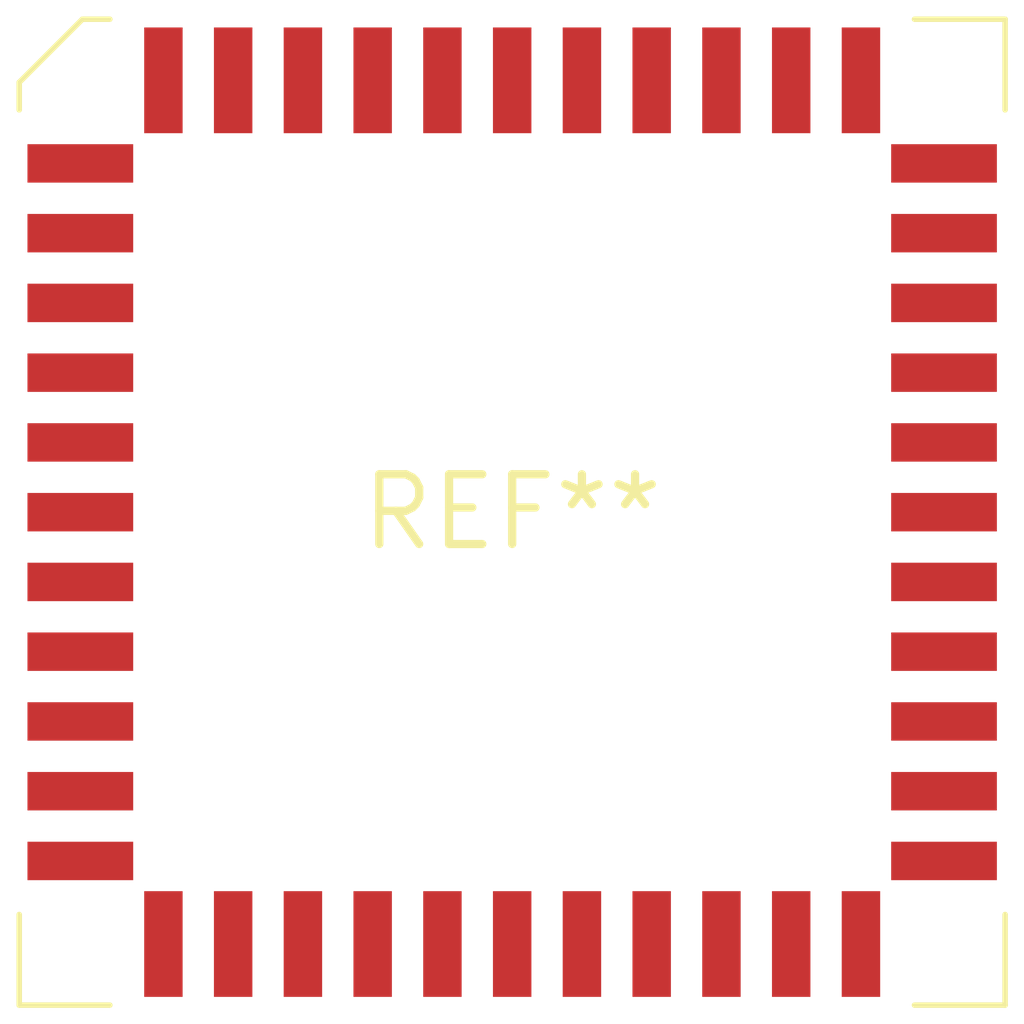
<source format=kicad_pcb>
(kicad_pcb (version 20240108) (generator pcbnew)
  (layers (0 "F.Cu" signal) (31 "B.Cu" signal) (34 "B.Paste" user) (35 "F.Paste" user) (36 "B.SilkS" user "B.Silkscreen") (37 "F.SilkS" user "F.Silkscreen") (38 "B.Mask" user) (39 "F.Mask" user) (44 "Edge.Cuts" user))
  (net 0 "")
  (footprint "PLCC-44" (layer "F.Cu") (at 0 0)
    (property "Reference" "REF**")
    (property "Value" "PLCC-44")
    (fp_line (start -8.975 -7.825) (end -8.975 -7.325) (layer "F.SilkS") (stroke (width 0.1)))
    (fp_line (start -8.975 8.975) (end -8.975 7.325) (layer "F.SilkS") (stroke (width 0.1)))
    (fp_line (start -7.825 -8.975) (end -8.975 -7.825) (layer "F.SilkS") (stroke (width 0.1)))
    (fp_line (start -7.325 -8.975) (end -7.825 -8.975) (layer "F.SilkS") (stroke (width 0.1)))
    (fp_line (start -7.325 8.975) (end -8.975 8.975) (layer "F.SilkS") (stroke (width 0.1)))
    (fp_line (start 7.325 -8.975) (end 8.975 -8.975) (layer "F.SilkS") (stroke (width 0.1)))
    (fp_line (start 7.325 8.975) (end 8.975 8.975) (layer "F.SilkS") (stroke (width 0.1)))
    (fp_line (start 8.975 -8.975) (end 8.975 -7.325) (layer "F.SilkS") (stroke (width 0.1)))
    (fp_line (start 8.975 8.975) (end 8.975 7.325) (layer "F.SilkS") (stroke (width 0.1)))
    (pad "1" smd rect (at 0 -7.8625) (size 0.7 1.925) (layers "F.Cu" "F.Paste" "F.Mask"))
    (pad "2" smd rect (at -1.27 -7.8625) (size 0.7 1.925) (layers "F.Cu" "F.Paste" "F.Mask"))
    (pad "3" smd rect (at -2.54 -7.8625) (size 0.7 1.925) (layers "F.Cu" "F.Paste" "F.Mask"))
    (pad "4" smd rect (at -3.81 -7.8625) (size 0.7 1.925) (layers "F.Cu" "F.Paste" "F.Mask"))
    (pad "5" smd rect (at -5.08 -7.8625) (size 0.7 1.925) (layers "F.Cu" "F.Paste" "F.Mask"))
    (pad "6" smd rect (at -6.35 -7.8625) (size 0.7 1.925) (layers "F.Cu" "F.Paste" "F.Mask"))
    (pad "7" smd rect (at -7.8625 -6.35) (size 1.925 0.7) (layers "F.Cu" "F.Paste" "F.Mask"))
    (pad "8" smd rect (at -7.8625 -5.08) (size 1.925 0.7) (layers "F.Cu" "F.Paste" "F.Mask"))
    (pad "9" smd rect (at -7.8625 -3.81) (size 1.925 0.7) (layers "F.Cu" "F.Paste" "F.Mask"))
    (pad "10" smd rect (at -7.8625 -2.54) (size 1.925 0.7) (layers "F.Cu" "F.Paste" "F.Mask"))
    (pad "11" smd rect (at -7.8625 -1.27) (size 1.925 0.7) (layers "F.Cu" "F.Paste" "F.Mask"))
    (pad "12" smd rect (at -7.8625 0) (size 1.925 0.7) (layers "F.Cu" "F.Paste" "F.Mask"))
    (pad "13" smd rect (at -7.8625 1.27) (size 1.925 0.7) (layers "F.Cu" "F.Paste" "F.Mask"))
    (pad "14" smd rect (at -7.8625 2.54) (size 1.925 0.7) (layers "F.Cu" "F.Paste" "F.Mask"))
    (pad "15" smd rect (at -7.8625 3.81) (size 1.925 0.7) (layers "F.Cu" "F.Paste" "F.Mask"))
    (pad "16" smd rect (at -7.8625 5.08) (size 1.925 0.7) (layers "F.Cu" "F.Paste" "F.Mask"))
    (pad "17" smd rect (at -7.8625 6.35) (size 1.925 0.7) (layers "F.Cu" "F.Paste" "F.Mask"))
    (pad "18" smd rect (at -6.35 7.8625) (size 0.7 1.925) (layers "F.Cu" "F.Paste" "F.Mask"))
    (pad "19" smd rect (at -5.08 7.8625) (size 0.7 1.925) (layers "F.Cu" "F.Paste" "F.Mask"))
    (pad "20" smd rect (at -3.81 7.8625) (size 0.7 1.925) (layers "F.Cu" "F.Paste" "F.Mask"))
    (pad "21" smd rect (at -2.54 7.8625) (size 0.7 1.925) (layers "F.Cu" "F.Paste" "F.Mask"))
    (pad "22" smd rect (at -1.27 7.8625) (size 0.7 1.925) (layers "F.Cu" "F.Paste" "F.Mask"))
    (pad "23" smd rect (at 0 7.8625) (size 0.7 1.925) (layers "F.Cu" "F.Paste" "F.Mask"))
    (pad "24" smd rect (at 1.27 7.8625) (size 0.7 1.925) (layers "F.Cu" "F.Paste" "F.Mask"))
    (pad "25" smd rect (at 2.54 7.8625) (size 0.7 1.925) (layers "F.Cu" "F.Paste" "F.Mask"))
    (pad "26" smd rect (at 3.81 7.8625) (size 0.7 1.925) (layers "F.Cu" "F.Paste" "F.Mask"))
    (pad "27" smd rect (at 5.08 7.8625) (size 0.7 1.925) (layers "F.Cu" "F.Paste" "F.Mask"))
    (pad "28" smd rect (at 6.35 7.8625) (size 0.7 1.925) (layers "F.Cu" "F.Paste" "F.Mask"))
    (pad "29" smd rect (at 7.8625 6.35) (size 1.925 0.7) (layers "F.Cu" "F.Paste" "F.Mask"))
    (pad "30" smd rect (at 7.8625 5.08) (size 1.925 0.7) (layers "F.Cu" "F.Paste" "F.Mask"))
    (pad "31" smd rect (at 7.8625 3.81) (size 1.925 0.7) (layers "F.Cu" "F.Paste" "F.Mask"))
    (pad "32" smd rect (at 7.8625 2.54) (size 1.925 0.7) (layers "F.Cu" "F.Paste" "F.Mask"))
    (pad "33" smd rect (at 7.8625 1.27) (size 1.925 0.7) (layers "F.Cu" "F.Paste" "F.Mask"))
    (pad "34" smd rect (at 7.8625 0) (size 1.925 0.7) (layers "F.Cu" "F.Paste" "F.Mask"))
    (pad "35" smd rect (at 7.8625 -1.27) (size 1.925 0.7) (layers "F.Cu" "F.Paste" "F.Mask"))
    (pad "36" smd rect (at 7.8625 -2.54) (size 1.925 0.7) (layers "F.Cu" "F.Paste" "F.Mask"))
    (pad "37" smd rect (at 7.8625 -3.81) (size 1.925 0.7) (layers "F.Cu" "F.Paste" "F.Mask"))
    (pad "38" smd rect (at 7.8625 -5.08) (size 1.925 0.7) (layers "F.Cu" "F.Paste" "F.Mask"))
    (pad "39" smd rect (at 7.8625 -6.35) (size 1.925 0.7) (layers "F.Cu" "F.Paste" "F.Mask"))
    (pad "40" smd rect (at 6.35 -7.8625) (size 0.7 1.925) (layers "F.Cu" "F.Paste" "F.Mask"))
    (pad "41" smd rect (at 5.08 -7.8625) (size 0.7 1.925) (layers "F.Cu" "F.Paste" "F.Mask"))
    (pad "42" smd rect (at 3.81 -7.8625) (size 0.7 1.925) (layers "F.Cu" "F.Paste" "F.Mask"))
    (pad "43" smd rect (at 2.54 -7.8625) (size 0.7 1.925) (layers "F.Cu" "F.Paste" "F.Mask"))
    (pad "44" smd rect (at 1.27 -7.8625) (size 0.7 1.925) (layers "F.Cu" "F.Paste" "F.Mask"))
  )
)
</source>
